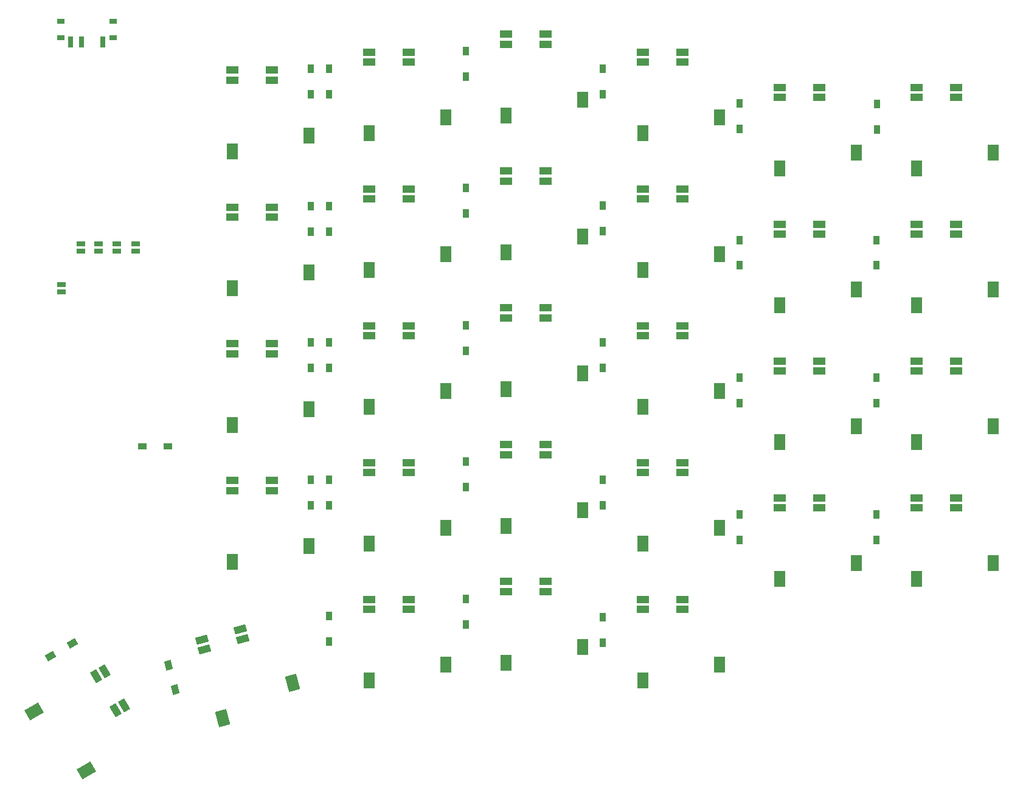
<source format=gtp>
G04 #@! TF.GenerationSoftware,KiCad,Pcbnew,8.0.6*
G04 #@! TF.CreationDate,2025-05-27T16:28:13+10:00*
G04 #@! TF.ProjectId,JofleKeyboard,4a6f666c-654b-4657-9962-6f6172642e6b,rev?*
G04 #@! TF.SameCoordinates,Original*
G04 #@! TF.FileFunction,Paste,Top*
G04 #@! TF.FilePolarity,Positive*
%FSLAX46Y46*%
G04 Gerber Fmt 4.6, Leading zero omitted, Abs format (unit mm)*
G04 Created by KiCad (PCBNEW 8.0.6) date 2025-05-27 16:28:13*
%MOMM*%
%LPD*%
G01*
G04 APERTURE LIST*
G04 Aperture macros list*
%AMRotRect*
0 Rectangle, with rotation*
0 The origin of the aperture is its center*
0 $1 length*
0 $2 width*
0 $3 Rotation angle, in degrees counterclockwise*
0 Add horizontal line*
21,1,$1,$2,0,0,$3*%
G04 Aperture macros list end*
%ADD10R,1.143000X0.635000*%
%ADD11R,0.950000X1.300000*%
%ADD12R,1.300000X0.950000*%
%ADD13RotRect,1.300000X0.950000X210.000000*%
%ADD14R,1.700000X1.000000*%
%ADD15R,1.600000X2.200000*%
%ADD16RotRect,1.700000X1.000000X120.000000*%
%ADD17RotRect,1.600000X2.200000X120.000000*%
%ADD18RotRect,1.700000X1.000000X195.000000*%
%ADD19RotRect,1.600000X2.200000X195.000000*%
%ADD20RotRect,1.300000X0.950000X285.000000*%
%ADD21R,1.000000X0.800000*%
%ADD22R,0.700000X1.500000*%
G04 APERTURE END LIST*
D10*
X104300000Y-69800380D03*
X104300000Y-68799620D03*
X101700000Y-69800380D03*
X101700000Y-68799620D03*
X99200000Y-69800380D03*
X99200000Y-68799620D03*
X94000000Y-74499620D03*
X94000000Y-75500380D03*
D11*
X128705000Y-44452000D03*
X128705000Y-48002000D03*
X131245000Y-44455000D03*
X131245000Y-48005000D03*
X150345000Y-41955000D03*
X150345000Y-45505000D03*
X169345000Y-44455000D03*
X169345000Y-48005000D03*
X188445000Y-49225000D03*
X188445000Y-52775000D03*
X207545000Y-49355000D03*
X207545000Y-52905000D03*
X128705000Y-82555000D03*
X128705000Y-86105000D03*
X128705000Y-101655000D03*
X128705000Y-105205000D03*
D12*
X105225000Y-97000000D03*
X108775000Y-97000000D03*
D13*
X95544195Y-124463500D03*
X92469805Y-126238500D03*
D14*
X117800000Y-46001000D03*
X117800000Y-44601000D03*
X123300000Y-44601000D03*
X123300000Y-46001000D03*
D15*
X117750000Y-55900000D03*
X128450000Y-53700000D03*
D14*
X155900000Y-41001000D03*
X155900000Y-39601000D03*
X161400000Y-39601000D03*
X161400000Y-41001000D03*
D15*
X155850000Y-50900000D03*
X166550000Y-48700000D03*
D14*
X117800000Y-84101000D03*
X117800000Y-82701000D03*
X123300000Y-82701000D03*
X123300000Y-84101000D03*
D15*
X117750000Y-94000000D03*
X128450000Y-91800000D03*
D14*
X136850000Y-81601000D03*
X136850000Y-80201000D03*
X142350000Y-80201000D03*
X142350000Y-81601000D03*
D15*
X136800000Y-91500000D03*
X147500000Y-89300000D03*
D14*
X117800000Y-103151000D03*
X117800000Y-101751000D03*
X123300000Y-101751000D03*
X123300000Y-103151000D03*
D15*
X117750000Y-113050000D03*
X128450000Y-110850000D03*
D14*
X155900000Y-98151000D03*
X155900000Y-96751000D03*
X161400000Y-96751000D03*
X161400000Y-98151000D03*
D15*
X155850000Y-108050000D03*
X166550000Y-105850000D03*
D14*
X194000000Y-105551000D03*
X194000000Y-104151000D03*
X199500000Y-104151000D03*
X199500000Y-105551000D03*
D15*
X193950000Y-115450000D03*
X204650000Y-113250000D03*
D16*
X98798236Y-129018930D03*
X100010671Y-128318930D03*
X102760671Y-133082070D03*
X101548236Y-133782070D03*
D17*
X90200450Y-133925129D03*
X97455706Y-142091601D03*
D10*
X96700000Y-69800380D03*
X96700000Y-68799620D03*
D18*
X113908687Y-125249015D03*
X113546340Y-123896719D03*
X118858932Y-122473214D03*
X119221279Y-123825510D03*
D19*
X116422440Y-134823656D03*
X126188444Y-129929255D03*
D14*
X213050000Y-67451000D03*
X213050000Y-66051000D03*
X218550000Y-66051000D03*
X218550000Y-67451000D03*
D15*
X213000000Y-77350000D03*
X223700000Y-75150000D03*
D14*
X213050000Y-86501000D03*
X213050000Y-85101000D03*
X218550000Y-85101000D03*
X218550000Y-86501000D03*
D15*
X213000000Y-96400000D03*
X223700000Y-94200000D03*
D14*
X213050000Y-105551000D03*
X213050000Y-104151000D03*
X218550000Y-104151000D03*
X218550000Y-105551000D03*
D15*
X213000000Y-115450000D03*
X223700000Y-113250000D03*
D14*
X174950000Y-43501000D03*
X174950000Y-42101000D03*
X180450000Y-42101000D03*
X180450000Y-43501000D03*
D15*
X174900000Y-53400000D03*
X185600000Y-51200000D03*
D11*
X128705000Y-63555000D03*
X128705000Y-67105000D03*
X131245000Y-63555000D03*
X131245000Y-67105000D03*
X150345000Y-61045000D03*
X150345000Y-64595000D03*
X169345000Y-63455000D03*
X169345000Y-67005000D03*
X188445000Y-68255000D03*
X188445000Y-71805000D03*
X207445000Y-68255000D03*
X207445000Y-71805000D03*
D14*
X194000000Y-48401000D03*
X194000000Y-47001000D03*
X199500000Y-47001000D03*
X199500000Y-48401000D03*
D15*
X193950000Y-58300000D03*
X204650000Y-56100000D03*
D14*
X136850000Y-62551000D03*
X136850000Y-61151000D03*
X142350000Y-61151000D03*
X142350000Y-62551000D03*
D15*
X136800000Y-72450000D03*
X147500000Y-70250000D03*
D14*
X174950000Y-62551000D03*
X174950000Y-61151000D03*
X180450000Y-61151000D03*
X180450000Y-62551000D03*
D15*
X174900000Y-72450000D03*
X185600000Y-70250000D03*
D14*
X155900000Y-60051000D03*
X155900000Y-58651000D03*
X161400000Y-58651000D03*
X161400000Y-60051000D03*
D15*
X155850000Y-69950000D03*
X166550000Y-67750000D03*
D14*
X174950000Y-81601000D03*
X174950000Y-80201000D03*
X180450000Y-80201000D03*
X180450000Y-81601000D03*
D15*
X174900000Y-91500000D03*
X185600000Y-89300000D03*
D14*
X213050000Y-48401000D03*
X213050000Y-47001000D03*
X218550000Y-47001000D03*
X218550000Y-48401000D03*
D15*
X213000000Y-58300000D03*
X223700000Y-56100000D03*
D14*
X117800000Y-65101000D03*
X117800000Y-63701000D03*
X123300000Y-63701000D03*
X123300000Y-65101000D03*
D15*
X117750000Y-75000000D03*
X128450000Y-72800000D03*
D14*
X174950000Y-119701000D03*
X174950000Y-118301000D03*
X180450000Y-118301000D03*
X180450000Y-119701000D03*
D15*
X174900000Y-129600000D03*
X185600000Y-127400000D03*
D14*
X194000000Y-67451000D03*
X194000000Y-66051000D03*
X199500000Y-66051000D03*
X199500000Y-67451000D03*
D15*
X193950000Y-77350000D03*
X204650000Y-75150000D03*
D14*
X174950000Y-100651000D03*
X174950000Y-99251000D03*
X180450000Y-99251000D03*
X180450000Y-100651000D03*
D15*
X174900000Y-110550000D03*
X185600000Y-108350000D03*
D14*
X194000000Y-86501000D03*
X194000000Y-85101000D03*
X199500000Y-85101000D03*
X199500000Y-86501000D03*
D15*
X193950000Y-96400000D03*
X204650000Y-94200000D03*
D14*
X155900000Y-117201000D03*
X155900000Y-115801000D03*
X161400000Y-115801000D03*
X161400000Y-117201000D03*
D15*
X155850000Y-127100000D03*
X166550000Y-124900000D03*
D14*
X155900000Y-79101000D03*
X155900000Y-77701000D03*
X161400000Y-77701000D03*
X161400000Y-79101000D03*
D15*
X155850000Y-89000000D03*
X166550000Y-86800000D03*
D14*
X136850000Y-43501000D03*
X136850000Y-42101000D03*
X142350000Y-42101000D03*
X142350000Y-43501000D03*
D15*
X136800000Y-53400000D03*
X147500000Y-51200000D03*
D20*
X108914596Y-127446482D03*
X109833404Y-130875518D03*
D14*
X136850000Y-100651000D03*
X136850000Y-99251000D03*
X142350000Y-99251000D03*
X142350000Y-100651000D03*
D15*
X136800000Y-110550000D03*
X147500000Y-108350000D03*
D11*
X150345000Y-80145000D03*
X150345000Y-83695000D03*
X169345000Y-82555000D03*
X169345000Y-86105000D03*
X188445000Y-87455000D03*
X188445000Y-91005000D03*
X207445000Y-87455000D03*
X207445000Y-91005000D03*
X131245000Y-120655000D03*
X131245000Y-124205000D03*
X150345000Y-118245000D03*
X150345000Y-121795000D03*
X207495000Y-106455000D03*
X207495000Y-110005000D03*
X131245000Y-101655000D03*
X131245000Y-105205000D03*
X150345000Y-99145000D03*
X150345000Y-102695000D03*
X169345000Y-101655000D03*
X169345000Y-105205000D03*
X188445000Y-106455000D03*
X188445000Y-110005000D03*
X131245000Y-82555000D03*
X131245000Y-86105000D03*
X169345000Y-120755000D03*
X169345000Y-124305000D03*
D14*
X136850000Y-119701000D03*
X136850000Y-118301000D03*
X142350000Y-118301000D03*
X142350000Y-119701000D03*
D15*
X136800000Y-129600000D03*
X147500000Y-127400000D03*
D21*
X101189120Y-40057640D03*
X101189120Y-37847640D03*
X93889120Y-40057640D03*
X93889120Y-37847640D03*
D22*
X99789120Y-40707640D03*
X96789120Y-40707640D03*
X95289120Y-40707640D03*
M02*

</source>
